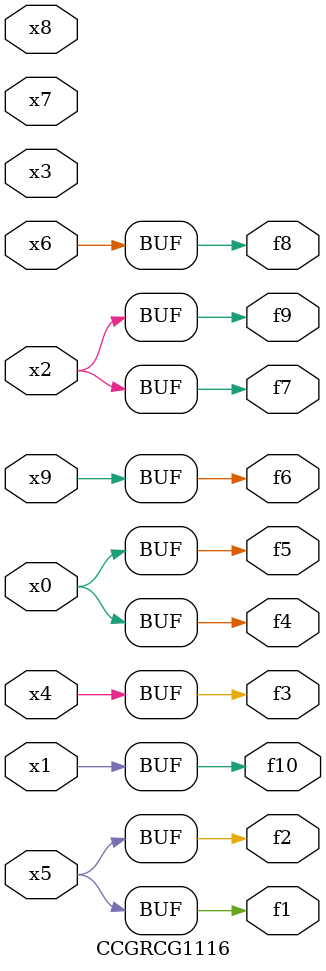
<source format=v>
module CCGRCG1116(
	input x0, x1, x2, x3, x4, x5, x6, x7, x8, x9,
	output f1, f2, f3, f4, f5, f6, f7, f8, f9, f10
);
	assign f1 = x5;
	assign f2 = x5;
	assign f3 = x4;
	assign f4 = x0;
	assign f5 = x0;
	assign f6 = x9;
	assign f7 = x2;
	assign f8 = x6;
	assign f9 = x2;
	assign f10 = x1;
endmodule

</source>
